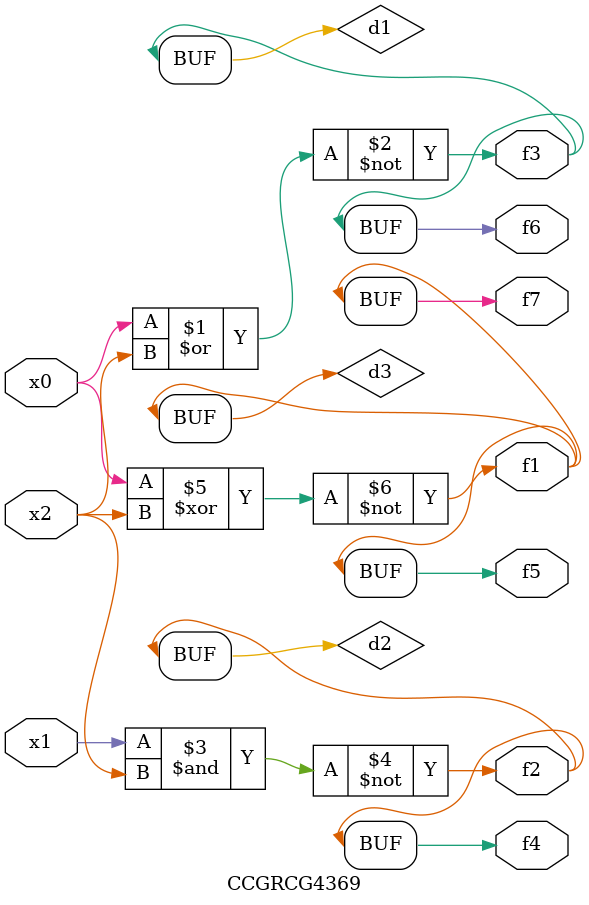
<source format=v>
module CCGRCG4369(
	input x0, x1, x2,
	output f1, f2, f3, f4, f5, f6, f7
);

	wire d1, d2, d3;

	nor (d1, x0, x2);
	nand (d2, x1, x2);
	xnor (d3, x0, x2);
	assign f1 = d3;
	assign f2 = d2;
	assign f3 = d1;
	assign f4 = d2;
	assign f5 = d3;
	assign f6 = d1;
	assign f7 = d3;
endmodule

</source>
